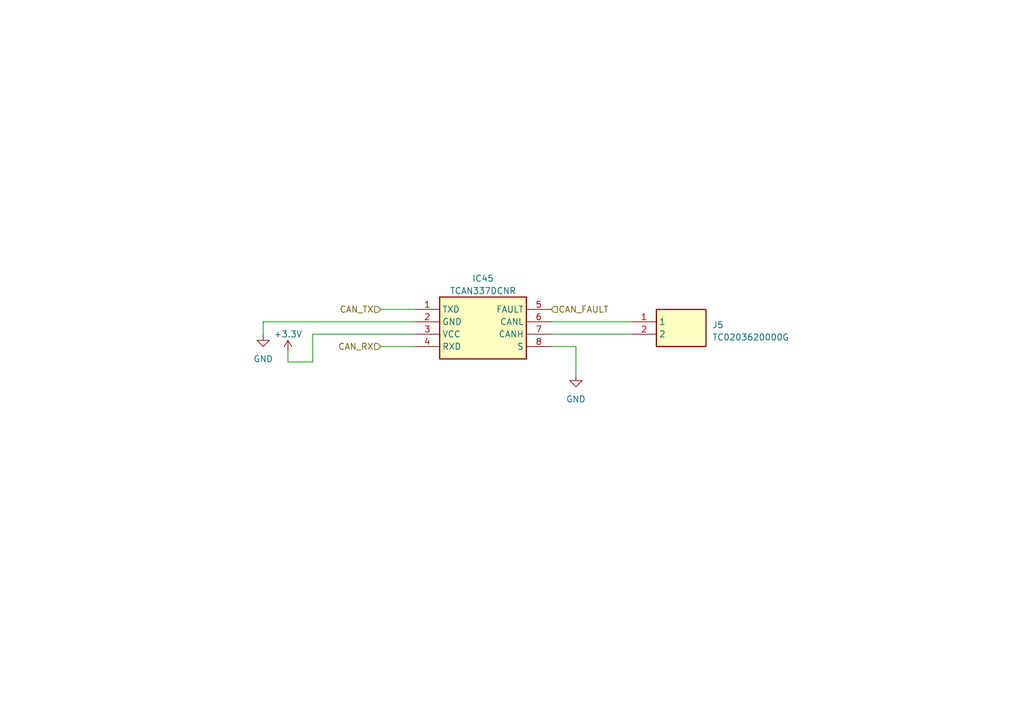
<source format=kicad_sch>
(kicad_sch (version 20230121) (generator eeschema)
  (paper "A5")
  (lib_symbols
    (symbol "TC0203620000G:TC0203620000G"
      (property "Reference" "J" (at 16.51 7.62 0))
      (property "Value" "TC0203620000G" (at 16.51 5.08 0))
      (symbol "TC0203620000G_1_1"
        (rectangle (start 5.08 2.54) (end 15.24 -5.08) (stroke (width 0.254)) (fill (type background)))
        (pin passive line (at 0 0 0) (length 5.08) (name "1") (number "1"))
        (pin passive line (at 0 -2.54 0) (length 5.08) (name "2") (number "2"))
      )
    )
    (symbol "TCAN337DCNR:TCAN337DCNR"
      (property "Reference" "IC" (at 24.13 7.62 0))
      (property "Value" "TCAN337DCNR" (at 24.13 5.08 0))
      (symbol "TCAN337DCNR_1_1"
        (rectangle (start 5.08 2.54) (end 22.86 -10.16) (stroke (width 0.254)) (fill (type background)))
        (pin passive line (at 0 0 0) (length 5.08) (name "TXD") (number "1"))
        (pin passive line (at 0 -2.54 0) (length 5.08) (name "GND") (number "2"))
        (pin passive line (at 0 -5.08 0) (length 5.08) (name "VCC") (number "3"))
        (pin passive line (at 0 -7.62 0) (length 5.08) (name "RXD") (number "4"))
        (pin passive line (at 27.94 0 180) (length 5.08) (name "FAULT") (number "5"))
        (pin passive line (at 27.94 -2.54 180) (length 5.08) (name "CANL") (number "6"))
        (pin passive line (at 27.94 -5.08 180) (length 5.08) (name "CANH") (number "7"))
        (pin passive line (at 27.94 -7.62 180) (length 5.08) (name "S") (number "8"))
      )
    )
    (symbol "power:+3.3V" (power) (pin_names (offset 0))
      (property "Value" "+3.3V" (at 0 3.556 0))
      (symbol "+3.3V_0_1"
        (polyline (pts (xy -0.762 1.27) (xy 0 2.54)))
        (polyline (pts (xy 0 0) (xy 0 2.54)))
        (polyline (pts (xy 0 2.54) (xy 0.762 1.27)))
      )
      (symbol "+3.3V_1_1"
        (pin power_in line (at 0 0 90) (length 0) hide (name "+3.3V") (number "1"))
      )
    )
    (symbol "power:GND" (power) (pin_names (offset 0))
      (property "Value" "GND" (at 0 -3.81 0))
      (symbol "GND_0_1"
        (polyline (pts (xy 0 0) (xy 0 -1.27) (xy 1.27 -1.27) (xy 0 -2.54) (xy -1.27 -1.27) (xy 0 -1.27)))
      )
      (symbol "GND_1_1"
        (pin power_in line (at 0 0 270) (length 0) hide (name "GND") (number "1"))
      )
    )
  )
  (wire (pts (xy 64.135 68.58) (xy 85.09 68.58)))
  (wire (pts (xy 59.055 74.295) (xy 64.135 74.295)))
  (wire (pts (xy 113.03 68.58) (xy 129.54 68.58)))
  (wire (pts (xy 118.11 71.12) (xy 118.11 76.835)))
  (wire (pts (xy 53.975 68.58) (xy 53.975 66.04)))
  (wire (pts (xy 53.975 66.04) (xy 85.09 66.04)))
  (wire (pts (xy 113.03 66.04) (xy 129.54 66.04)))
  (wire (pts (xy 59.055 72.39) (xy 59.055 74.295)))
  (wire (pts (xy 113.03 71.12) (xy 118.11 71.12)))
  (wire (pts (xy 78.105 71.12) (xy 85.09 71.12)))
  (wire (pts (xy 64.135 74.295) (xy 64.135 68.58)))
  (wire (pts (xy 78.105 63.5) (xy 85.09 63.5)))
  (hierarchical_label "CAN_FAULT" (shape input) (at 113.03 63.5 0))
  (hierarchical_label "CAN_TX" (shape input) (at 78.105 63.5 180))
  (hierarchical_label "CAN_RX" (shape input) (at 78.105 71.12 180))
  (symbol (lib_id "power:+3.3V") (at 59.055 72.39 0) (unit 1)
    (property "Reference" "#PWR0117" (effects hide))
    (property "Value" "+3.3V" (at 59.055 68.58 0))
  )
  (symbol (lib_id "power:GND") (at 118.11 76.835 0) (unit 1)
    (property "Reference" "#PWR0124" (effects hide))
    (property "Value" "GND" (at 118.11 81.915 0))
  )
  (symbol (lib_id "TCAN337DCNR:TCAN337DCNR") (at 85.09 63.5 0) (unit 1)
    (property "Reference" "IC45" (at 99.06 57.15 0))
    (property "Value" "TCAN337DCNR" (at 99.06 59.69 0))
    (property "Footprint" "TCAN337DCNR:SOT65P280X145-8N" (effects hide))
    (property "Datasheet" "https://www.ti.com/lit/gpn/TCAN337" (effects hide))
    (property "Height" "1.45" (effects hide))
    (property "Mouser Part Number" "595-TCAN337DCNR" (effects hide))
    (property "Mouser Price/Stock" "https://www.mouser.co.uk/ProductDetail/Texas-Instruments/TCAN337DCNR?qs=gMfM3zrbS4r1ZrvbjcW09A%3D%3D" (effects hide))
    (property "Manufacturer_Name" "Texas Instruments" (effects hide))
    (property "Manufacturer_Part_Number" "TCAN337DCNR" (effects hide))
  )
  (symbol (lib_id "TC0203620000G:TC0203620000G") (at 129.54 66.04 0) (unit 1)
    (property "Reference" "J5" (at 146.05 66.675 0) (effects (justify left)))
    (property "Value" "TC0203620000G" (at 146.05 69.215 0) (effects (justify left)))
    (property "Footprint" "TC0203620000G:TC0203620000G" (effects hide))
    (property "Datasheet" "https://componentsearchengine.com/Datasheets/1/TC0203620000G.pdf" (effects hide))
    (property "Height" "10.5" (effects hide))
    (property "Mouser Part Number" "649-TC02036200J0G" (effects hide))
    (property "Mouser Price/Stock" "https://www.mouser.co.uk/ProductDetail/Amphenol-Anytek/TC0203620000G?qs=Mv7BduZupUiHURQaUHJ1XQ%3D%3D" (effects hide))
    (property "Manufacturer_Name" "Amphenol" (effects hide))
    (property "Manufacturer_Part_Number" "TC0203620000G" (effects hide))
    (instances (project "PLC-CIM" (path "" (reference "J5") (unit 1)) (path "" (reference "J6") (unit 1)) (path "" (reference "J12") (unit 1))))
  )
  (symbol (lib_id "power:GND") (at 53.975 68.58 0) (unit 1)
    (property "Reference" "#PWR0116" (effects hide))
    (property "Value" "GND" (at 53.975 73.66 0))
  )
)
</source>
